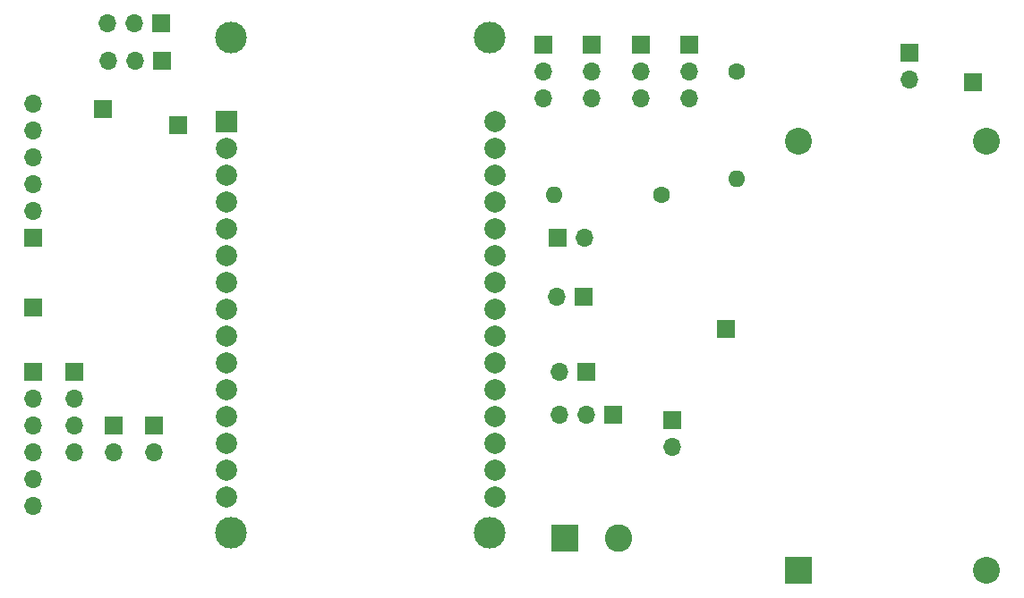
<source format=gbr>
%TF.GenerationSoftware,KiCad,Pcbnew,7.0.1*%
%TF.CreationDate,2023-06-27T15:57:40-05:00*%
%TF.ProjectId,ChocoBox,43686f63-6f42-46f7-982e-6b696361645f,rev?*%
%TF.SameCoordinates,Original*%
%TF.FileFunction,Soldermask,Top*%
%TF.FilePolarity,Negative*%
%FSLAX46Y46*%
G04 Gerber Fmt 4.6, Leading zero omitted, Abs format (unit mm)*
G04 Created by KiCad (PCBNEW 7.0.1) date 2023-06-27 15:57:40*
%MOMM*%
%LPD*%
G01*
G04 APERTURE LIST*
%ADD10R,1.700000X1.700000*%
%ADD11C,3.000000*%
%ADD12R,2.000000X2.000000*%
%ADD13C,2.000000*%
%ADD14O,1.700000X1.700000*%
%ADD15C,1.600000*%
%ADD16O,1.600000X1.600000*%
%ADD17R,2.600000X2.600000*%
%ADD18C,2.600000*%
%ADD19R,2.540000X2.540000*%
%ADD20C,2.540000*%
G04 APERTURE END LIST*
D10*
%TO.C,J16*%
X157480000Y-48768000D03*
%TD*%
D11*
%TO.C,U1*%
X87250000Y-44490000D03*
X87250000Y-91440000D03*
X111760000Y-44490000D03*
X111760000Y-91440000D03*
D12*
X86830000Y-52450000D03*
D13*
X86830000Y-54990000D03*
X86830000Y-57530000D03*
X86830000Y-60070000D03*
X86830000Y-62610000D03*
X86830000Y-65150000D03*
X86830000Y-67690000D03*
X86830000Y-70230000D03*
X86830000Y-72770000D03*
X86830000Y-75310000D03*
X86830000Y-77850000D03*
X86830000Y-80390000D03*
X86830000Y-82930000D03*
X86830000Y-85470000D03*
X86830000Y-88010000D03*
X112230000Y-88010000D03*
X112230000Y-85470000D03*
X112230000Y-82930000D03*
X112230000Y-80390000D03*
X112230000Y-77850000D03*
X112230000Y-75310000D03*
X112230000Y-72770000D03*
X112230000Y-70230000D03*
X112230000Y-67690000D03*
X112230000Y-65150000D03*
X112230000Y-62610000D03*
X112230000Y-60070000D03*
X112230000Y-57530000D03*
X112230000Y-54990000D03*
X112230000Y-52450000D03*
%TD*%
D10*
%TO.C,J11*%
X75184000Y-51308000D03*
%TD*%
%TO.C,J6*%
X120630000Y-69113000D03*
D14*
X118090000Y-69113000D03*
%TD*%
D10*
%TO.C,J18*%
X82296000Y-52832000D03*
%TD*%
D15*
%TO.C,R1*%
X128016000Y-59436000D03*
D16*
X117856000Y-59436000D03*
%TD*%
D10*
%TO.C,J5*%
X68580000Y-63500000D03*
D14*
X68580000Y-60960000D03*
X68580000Y-58420000D03*
X68580000Y-55880000D03*
X68580000Y-53340000D03*
X68580000Y-50800000D03*
%TD*%
D10*
%TO.C,J12*%
X76200000Y-81280000D03*
D14*
X76200000Y-83820000D03*
%TD*%
D10*
%TO.C,J14*%
X151409000Y-45994000D03*
D14*
X151409000Y-48534000D03*
%TD*%
D10*
%TO.C,J3*%
X68580000Y-76200000D03*
D14*
X68580000Y-78740000D03*
X68580000Y-81280000D03*
X68580000Y-83820000D03*
X68580000Y-86360000D03*
X68580000Y-88900000D03*
%TD*%
D10*
%TO.C,J2*%
X80645000Y-43180000D03*
D14*
X78105000Y-43180000D03*
X75565000Y-43180000D03*
%TD*%
D15*
%TO.C,R3*%
X135128000Y-47752000D03*
D16*
X135128000Y-57912000D03*
%TD*%
D17*
%TO.C,J8*%
X118872000Y-91948000D03*
D18*
X123952000Y-91948000D03*
%TD*%
D10*
%TO.C,J20*%
X121412000Y-45212000D03*
D14*
X121412000Y-47752000D03*
X121412000Y-50292000D03*
%TD*%
D19*
%TO.C,U2*%
X140970000Y-94996000D03*
D20*
X158750000Y-94996000D03*
X158750000Y-54356000D03*
X140970000Y-54356000D03*
%TD*%
D10*
%TO.C,J15*%
X68580000Y-70104000D03*
%TD*%
%TO.C,J21*%
X126040000Y-45212000D03*
D14*
X126040000Y-47752000D03*
X126040000Y-50292000D03*
%TD*%
D10*
%TO.C,J4*%
X72415000Y-76200000D03*
D14*
X72415000Y-78740000D03*
X72415000Y-81280000D03*
X72415000Y-83820000D03*
%TD*%
D10*
%TO.C,SW1*%
X118130000Y-63475000D03*
D14*
X120670000Y-63475000D03*
%TD*%
D10*
%TO.C,J22*%
X130640000Y-45212000D03*
D14*
X130640000Y-47752000D03*
X130640000Y-50292000D03*
%TD*%
D10*
%TO.C,J17*%
X134112000Y-72136000D03*
%TD*%
%TO.C,J7*%
X123444000Y-80264000D03*
D14*
X120904000Y-80264000D03*
X118364000Y-80264000D03*
%TD*%
D10*
%TO.C,J13*%
X80010000Y-81280000D03*
D14*
X80010000Y-83820000D03*
%TD*%
D10*
%TO.C,J10*%
X129032000Y-80772000D03*
D14*
X129032000Y-83312000D03*
%TD*%
D10*
%TO.C,J9*%
X120904000Y-76200000D03*
D14*
X118364000Y-76200000D03*
%TD*%
D10*
%TO.C,J19*%
X116840000Y-45212000D03*
D14*
X116840000Y-47752000D03*
X116840000Y-50292000D03*
%TD*%
D10*
%TO.C,J1*%
X80757000Y-46761000D03*
D14*
X78217000Y-46761000D03*
X75677000Y-46761000D03*
%TD*%
M02*

</source>
